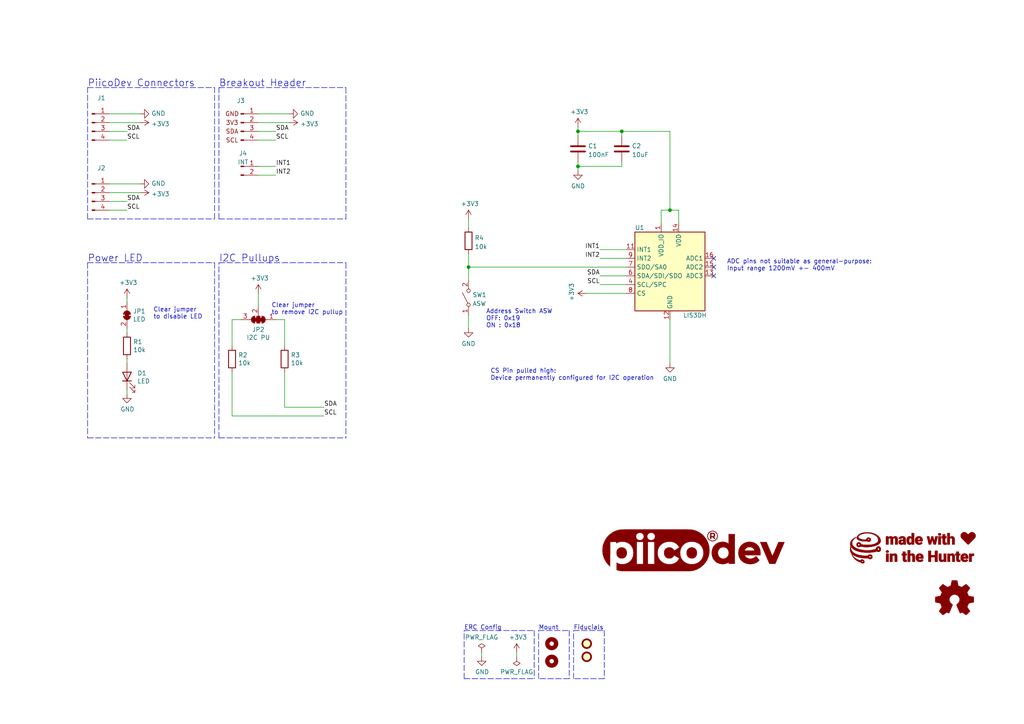
<source format=kicad_sch>
(kicad_sch (version 20211123) (generator eeschema)
  (paper "A4")
  (title_block (title "PiicoDev 3-Axis Accelerometer LIS3DH") (date "2022-06-23") (rev "v00") (company "Core Electronics") (comment 1 "Designed by Michael Ruppe at") (comment 2 "PiicoDev and the PiicoDev logo are trademarks of Core Electronics Pty Ltd.") (comment 3 "License: CCASAv4.0 http://creativecommons.org/licenses/by-sa/4.0"))
  (lib_symbols
    (symbol "Connector:Conn_01x02_Male" (pin_names (offset 1.016) hide)
      (property "Reference" "J" (at 0 2.54 0))
      (property "Value" "Conn_01x02_Male" (at 0 -5.08 0))
      (symbol "Conn_01x02_Male_1_1"
        (pin passive line (at 5.08 0 180) (length 3.81) (name "Pin_1") (number "1"))
        (pin passive line (at 5.08 -2.54 180) (length 3.81) (name "Pin_2") (number "2"))
      )
    )
    (symbol "Connector:Conn_01x04_Male" (pin_names (offset 1.016) hide)
      (property "Reference" "J" (at 0 5.08 0))
      (property "Value" "Conn_01x04_Male" (at 0 -7.62 0))
      (symbol "Conn_01x04_Male_1_1"
        (pin passive line (at 5.08 2.54 180) (length 3.81) (name "Pin_1") (number "1"))
        (pin passive line (at 5.08 0 180) (length 3.81) (name "Pin_2") (number "2"))
        (pin passive line (at 5.08 -2.54 180) (length 3.81) (name "Pin_3") (number "3"))
        (pin passive line (at 5.08 -5.08 180) (length 3.81) (name "Pin_4") (number "4"))
      )
    )
    (symbol "CoreElectronics_Artwork:LOGO_CoreElectronics_no-text" (pin_names (offset 1.016)))
    (symbol "CoreElectronics_Artwork:LOGO_PiicoDev" (pin_names (offset 1.016)))
    (symbol "CoreElectronics_Artwork:LOGO_made-with-love" (pin_names (offset 1.016)))
    (symbol "CoreElectronics_Components:Conn_PiicoDev_header_01x04_Male" (pin_names (offset 1.016) hide)
      (property "Reference" "J" (at 0 7.62 0))
      (property "Value" "Conn_PiicoDev_header_01x04_Male" (at 0 -7.62 0))
      (symbol "Conn_PiicoDev_header_01x04_Male_0_0"
        (text "3V3" (at -2.54 2.54 0) (effects (font (size 1.27 1.27))))
        (text "GND" (at -2.54 5.08 0) (effects (font (size 1.27 1.27))))
        (text "SCL" (at -2.54 -2.54 0) (effects (font (size 1.27 1.27))))
        (text "SDA" (at -2.54 0 0) (effects (font (size 1.27 1.27))))
      )
      (symbol "Conn_PiicoDev_header_01x04_Male_1_1"
        (pin passive line (at 5.08 5.08 180) (length 3.81) (name "Pin_1") (number "1"))
        (pin passive line (at 5.08 2.54 180) (length 3.81) (name "Pin_2") (number "2"))
        (pin passive line (at 5.08 0 180) (length 3.81) (name "Pin_3") (number "3"))
        (pin passive line (at 5.08 -2.54 180) (length 3.81) (name "Pin_4") (number "4"))
      )
    )
    (symbol "Device:C" (pin_numbers hide) (pin_names (offset 0.254))
      (property "Reference" "C" (at 0.635 2.54 0))
      (property "Value" "C" (at 0.635 -2.54 0))
      (symbol "C_1_1"
        (pin passive line (at 0 3.81 270) (length 2.794) (name "~") (number "1"))
        (pin passive line (at 0 -3.81 90) (length 2.794) (name "~") (number "2"))
      )
    )
    (symbol "Device:LED" (pin_numbers hide) (pin_names (offset 1.016) hide)
      (property "Reference" "D" (at 0 2.54 0))
      (property "Value" "LED" (at 0 -2.54 0))
      (symbol "LED_1_1"
        (pin passive line (at -3.81 0 0) (length 2.54) (name "K") (number "1"))
        (pin passive line (at 3.81 0 180) (length 2.54) (name "A") (number "2"))
      )
    )
    (symbol "Device:R" (pin_numbers hide) (pin_names (offset 0))
      (property "Reference" "R" (at 2.032 0 90))
      (property "Value" "R" (at 0 0 90))
      (symbol "R_1_1"
        (pin passive line (at 0 3.81 270) (length 1.27) (name "~") (number "1"))
        (pin passive line (at 0 -3.81 90) (length 1.27) (name "~") (number "2"))
      )
    )
    (symbol "Graphic:Logo_Open_Hardware_Small" (pin_names (offset 1.016)))
    (symbol "Jumper:SolderJumper_2_Bridged" (pin_names (offset 0) hide)
      (property "Reference" "JP" (at 0 2.032 0))
      (property "Value" "SolderJumper_2_Bridged" (at 0 -2.54 0))
      (symbol "SolderJumper_2_Bridged_1_1"
        (pin passive line (at -3.81 0 0) (length 2.54) (name "A") (number "1"))
        (pin passive line (at 3.81 0 180) (length 2.54) (name "B") (number "2"))
      )
    )
    (symbol "Mechanical:Fiducial"
      (property "Reference" "FID" (at 0 5.08 0))
      (property "Value" "Fiducial" (at 0 3.175 0))
    )
    (symbol "Mechanical:MountingHole" (pin_names (offset 1.016))
      (property "Reference" "H" (at 0 5.08 0))
      (property "Value" "MountingHole" (at 0 3.175 0))
    )
    (symbol "PiicoDev-rescue:SolderJumper_3_Bridged123-Jumper" (pin_names (offset 0) hide)
      (property "Reference" "JP" (at -2.54 -2.54 0))
      (property "Value" "SolderJumper_3_Bridged123-Jumper" (at 0 2.794 0))
      (symbol "SolderJumper_3_Bridged123-Jumper_1_1"
        (pin passive line (at -5.08 0 0) (length 2.54) (name "A") (number "1"))
        (pin input line (at 0 -3.81 90) (length 2.54) (name "C") (number "2"))
        (pin passive line (at 5.08 0 180) (length 2.54) (name "B") (number "3"))
      )
    )
    (symbol "Sensor_Motion:LIS3DH"
      (property "Reference" "U" (at -7.62 11.43 0))
      (property "Value" "LIS3DH" (at 6.35 11.43 0))
      (symbol "LIS3DH_1_1"
        (pin power_in line (at -2.54 12.7 270) (length 2.54) (name "VDD_IO") (number "1"))
        (pin passive line (at 0 -15.24 90) (length 2.54) hide (name "GND") (number "10"))
        (pin output line (at -12.7 5.08 0) (length 2.54) (name "INT1") (number "11"))
        (pin power_in line (at 0 -15.24 90) (length 2.54) (name "GND") (number "12"))
        (pin input line (at 12.7 -2.54 180) (length 2.54) (name "ADC3") (number "13"))
        (pin power_in line (at 2.54 12.7 270) (length 2.54) (name "VDD") (number "14"))
        (pin input line (at 12.7 0 180) (length 2.54) (name "ADC2") (number "15"))
        (pin input line (at 12.7 2.54 180) (length 2.54) (name "ADC1") (number "16"))
        (pin no_connect line (at 10.16 5.08 180) (length 2.54) hide (name "NC") (number "2"))
        (pin no_connect line (at 10.16 7.62 180) (length 2.54) hide (name "NC") (number "3"))
        (pin input line (at -12.7 -5.08 0) (length 2.54) (name "SCL/SPC") (number "4"))
        (pin passive line (at 0 -15.24 90) (length 2.54) hide (name "GND") (number "5"))
        (pin bidirectional line (at -12.7 -2.54 0) (length 2.54) (name "SDA/SDI/SDO") (number "6"))
        (pin bidirectional line (at -12.7 0 0) (length 2.54) (name "SDO/SA0") (number "7"))
        (pin input line (at -12.7 -7.62 0) (length 2.54) (name "CS") (number "8"))
        (pin output line (at -12.7 2.54 0) (length 2.54) (name "INT2") (number "9"))
      )
    )
    (symbol "Switch:SW_SPST" (pin_names (offset 0) hide)
      (property "Reference" "SW" (at 0 3.175 0))
      (property "Value" "SW_SPST" (at 0 -2.54 0))
      (symbol "SW_SPST_1_1"
        (pin passive line (at -5.08 0 0) (length 2.54) (name "A") (number "1"))
        (pin passive line (at 5.08 0 180) (length 2.54) (name "B") (number "2"))
      )
    )
    (symbol "power:+3V3" (power) (pin_names (offset 0))
      (property "Value" "+3V3" (at 0 3.556 0))
      (symbol "+3V3_1_1"
        (pin power_in line (at 0 0 90) (length 0) hide (name "+3V3") (number "1"))
      )
    )
    (symbol "power:GND" (power) (pin_names (offset 0))
      (property "Value" "GND" (at 0 -3.81 0))
      (symbol "GND_1_1"
        (pin power_in line (at 0 0 270) (length 0) hide (name "GND") (number "1"))
      )
    )
    (symbol "power:PWR_FLAG" (power) (pin_numbers hide) (pin_names (offset 0) hide)
      (property "Value" "PWR_FLAG" (at 0 3.81 0))
      (symbol "PWR_FLAG_0_0"
        (pin power_out line (at 0 0 90) (length 0) (name "pwr") (number "1"))
      )
    )
  )
  (junction (at 194.31 60.96))
  (junction (at 167.64 48.26))
  (junction (at 135.89 77.47))
  (junction (at 180.34 38.1))
  (junction (at 167.64 38.1))
  (no_connect (at 207.01 80.01))
  (no_connect (at 207.01 77.47))
  (no_connect (at 207.01 74.93))
  (polyline (pts (xy 156.21 196.85) (xy 156.21 182.88)))
  (wire (pts (xy 167.64 48.26) (xy 180.34 48.26)))
  (wire (pts (xy 36.83 40.64) (xy 31.75 40.64)))
  (wire (pts (xy 80.01 38.1) (xy 74.93 38.1)))
  (polyline (pts (xy 156.21 182.88) (xy 165.1 182.88)))
  (polyline (pts (xy 175.26 182.88) (xy 175.26 196.85)))
  (wire (pts (xy 180.34 48.26) (xy 180.34 46.99)))
  (polyline (pts (xy 63.5 63.5) (xy 63.5 25.4)))
  (wire (pts (xy 194.31 60.96) (xy 196.85 60.96)))
  (wire (pts (xy 36.83 87.63) (xy 36.83 86.36)))
  (polyline (pts (xy 165.1 182.88) (xy 165.1 196.85)))
  (polyline (pts (xy 63.5 63.5) (xy 100.33 63.5)))
  (polyline (pts (xy 25.4 63.5) (xy 62.23 63.5)))
  (wire (pts (xy 36.83 38.1) (xy 31.75 38.1)))
  (polyline (pts (xy 25.4 63.5) (xy 25.4 25.4)))
  (polyline (pts (xy 25.4 76.2) (xy 62.23 76.2)))
  (wire (pts (xy 82.55 92.71) (xy 80.01 92.71)))
  (wire (pts (xy 191.77 64.77) (xy 191.77 60.96)))
  (wire (pts (xy 191.77 60.96) (xy 194.31 60.96)))
  (polyline (pts (xy 62.23 76.2) (xy 62.23 127)))
  (wire (pts (xy 173.99 82.55) (xy 181.61 82.55)))
  (wire (pts (xy 74.93 48.26) (xy 80.01 48.26)))
  (wire (pts (xy 194.31 38.1) (xy 180.34 38.1)))
  (wire (pts (xy 173.99 80.01) (xy 181.61 80.01)))
  (polyline (pts (xy 154.94 182.88) (xy 154.94 196.85)))
  (wire (pts (xy 82.55 107.95) (xy 82.55 118.11)))
  (wire (pts (xy 167.64 48.26) (xy 167.64 49.53)))
  (wire (pts (xy 67.31 120.65) (xy 93.98 120.65)))
  (wire (pts (xy 40.64 33.02) (xy 31.75 33.02)))
  (wire (pts (xy 194.31 60.96) (xy 194.31 38.1)))
  (wire (pts (xy 36.83 96.52) (xy 36.83 95.25)))
  (wire (pts (xy 67.31 100.33) (xy 67.31 92.71)))
  (polyline (pts (xy 25.4 127) (xy 62.23 127)))
  (wire (pts (xy 31.75 35.56) (xy 40.64 35.56)))
  (wire (pts (xy 196.85 60.96) (xy 196.85 64.77)))
  (polyline (pts (xy 63.5 76.2) (xy 100.33 76.2)))
  (polyline (pts (xy 62.23 63.5) (xy 62.23 25.4)))
  (polyline (pts (xy 25.4 25.4) (xy 62.23 25.4)))
  (polyline (pts (xy 63.5 127) (xy 100.33 127)))
  (wire (pts (xy 83.82 33.02) (xy 74.93 33.02)))
  (wire (pts (xy 135.89 63.5) (xy 135.89 66.04)))
  (wire (pts (xy 40.64 53.34) (xy 31.75 53.34)))
  (wire (pts (xy 36.83 114.3) (xy 36.83 113.03)))
  (wire (pts (xy 135.89 91.44) (xy 135.89 95.25)))
  (wire (pts (xy 80.01 40.64) (xy 74.93 40.64)))
  (polyline (pts (xy 134.62 196.85) (xy 134.62 182.88)))
  (polyline (pts (xy 25.4 76.2) (xy 25.4 127)))
  (wire (pts (xy 67.31 92.71) (xy 69.85 92.71)))
  (polyline (pts (xy 100.33 76.2) (xy 100.33 127)))
  (wire (pts (xy 36.83 60.96) (xy 31.75 60.96)))
  (polyline (pts (xy 175.26 196.85) (xy 166.37 196.85)))
  (wire (pts (xy 139.7 189.23) (xy 139.7 190.5)))
  (wire (pts (xy 173.99 72.39) (xy 181.61 72.39)))
  (wire (pts (xy 135.89 77.47) (xy 181.61 77.47)))
  (wire (pts (xy 167.64 46.99) (xy 167.64 48.26)))
  (wire (pts (xy 67.31 107.95) (xy 67.31 120.65)))
  (wire (pts (xy 135.89 73.66) (xy 135.89 77.47)))
  (wire (pts (xy 74.93 35.56) (xy 83.82 35.56)))
  (wire (pts (xy 36.83 58.42) (xy 31.75 58.42)))
  (wire (pts (xy 31.75 55.88) (xy 40.64 55.88)))
  (polyline (pts (xy 63.5 127) (xy 63.5 76.2)))
  (wire (pts (xy 180.34 38.1) (xy 180.34 39.37)))
  (polyline (pts (xy 134.62 196.85) (xy 154.94 196.85)))
  (wire (pts (xy 194.31 92.71) (xy 194.31 105.41)))
  (wire (pts (xy 170.18 85.09) (xy 181.61 85.09)))
  (wire (pts (xy 82.55 118.11) (xy 93.98 118.11)))
  (polyline (pts (xy 166.37 182.88) (xy 175.26 182.88)))
  (polyline (pts (xy 165.1 196.85) (xy 156.21 196.85)))
  (wire (pts (xy 82.55 100.33) (xy 82.55 92.71)))
  (wire (pts (xy 36.83 105.41) (xy 36.83 104.14)))
  (wire (pts (xy 74.93 50.8) (xy 80.01 50.8)))
  (polyline (pts (xy 134.62 182.88) (xy 154.94 182.88)))
  (wire (pts (xy 167.64 38.1) (xy 167.64 39.37)))
  (wire (pts (xy 149.86 189.23) (xy 149.86 190.5)))
  (polyline (pts (xy 100.33 25.4) (xy 100.33 63.5)))
  (wire (pts (xy 135.89 77.47) (xy 135.89 81.28)))
  (wire (pts (xy 167.64 38.1) (xy 180.34 38.1)))
  (polyline (pts (xy 63.5 25.4) (xy 100.33 25.4)))
  (wire (pts (xy 74.93 85.09) (xy 74.93 88.9)))
  (wire (pts (xy 173.99 74.93) (xy 181.61 74.93)))
  (wire (pts (xy 167.64 36.83) (xy 167.64 38.1)))
  (polyline (pts (xy 166.37 196.85) (xy 166.37 182.88)))
  (text "Breakout Header" (at 63.5 25.4 0) (effects (font (size 2.0066 2.0066)) (justify left bottom)))
  (text "Address Switch ASW\nOFF: 0x19\nON : 0x18" (at 140.97 95.25 0) (effects (font (size 1.27 1.27)) (justify left bottom)))
  (text "Fiducials" (at 166.37 182.88 0) (effects (font (size 1.27 1.27)) (justify left bottom)))
  (text "I2C Pullups" (at 63.5 76.2 0) (effects (font (size 2.0066 2.0066)) (justify left bottom)))
  (text "CS Pin pulled high:\nDevice permanently configured for I2C operation" (at 142.24 110.49 0) (effects (font (size 1.27 1.27)) (justify left bottom)))
  (text "Clear jumper \nto remove I2C pullup" (at 78.74 91.44 0) (effects (font (size 1.27 1.27)) (justify left bottom)))
  (text "ERC Config" (at 134.62 182.88 0) (effects (font (size 1.27 1.27)) (justify left bottom)))
  (text "ADC pins not suitable as general-purpose:\nInput range 1200mV +- 400mV" (at 210.82 78.74 0) (effects (font (size 1.27 1.27)) (justify left bottom)))
  (text "Power LED" (at 25.4 76.2 0) (effects (font (size 2.0066 2.0066)) (justify left bottom)))
  (text "Clear jumper \nto disable LED" (at 44.45 92.71 0) (effects (font (size 1.27 1.27)) (justify left bottom)))
  (text "Mount" (at 156.21 182.88 0) (effects (font (size 1.27 1.27)) (justify left bottom)))
  (text "PiicoDev Connectors" (at 25.4 25.4 0) (effects (font (size 2.0066 2.0066)) (justify left bottom)))
  (label "INT1" (at 80.01 48.26 0))
  (label "SDA" (at 93.98 118.11 0))
  (label "INT2" (at 80.01 50.8 0))
  (label "SDA" (at 36.83 58.42 0))
  (label "INT1" (at 173.99 72.39 180))
  (label "SDA" (at 80.01 38.1 0))
  (label "SCL" (at 36.83 40.64 0))
  (label "INT2" (at 173.99 74.93 180))
  (label "SCL" (at 173.99 82.55 180))
  (label "SCL" (at 80.01 40.64 0))
  (label "SDA" (at 173.99 80.01 180))
  (label "SDA" (at 36.83 38.1 0))
  (label "SCL" (at 36.83 60.96 0))
  (label "SCL" (at 93.98 120.65 0))
  (symbol (lib_id "CoreElectronics_Artwork:LOGO_PiicoDev") (at 203.2 160.02 0) (unit 1)
    (property "Reference" "G1" (effects hide))
    (property "Value" "LOGO_PiicoDev" (effects hide))
    (property "Footprint" "CoreElectronics_Artwork:piicodev_logo_14.2x3.4mm" (effects hide))
  )
  (symbol (lib_id "CoreElectronics_Artwork:LOGO_made-with-love") (at 269.24 158.75 0) (unit 1)
    (property "Reference" "G3" (effects hide))
    (property "Value" "LOGO_made-with-love" (effects hide))
    (property "Footprint" "CoreElectronics_Artwork:piicodev_logo_14.2x3.4mm" (effects hide))
  )
  (symbol (lib_id "CoreElectronics_Artwork:LOGO_CoreElectronics_no-text") (at 251.46 158.75 0) (unit 1)
    (property "Reference" "G2" (effects hide))
    (property "Value" "LOGO_CoreElectronics_no-text" (effects hide))
    (property "Footprint" "CoreElectronics_Artwork:CoreElectronics_logo_5mm" (effects hide))
  )
  (symbol (lib_id "Graphic:Logo_Open_Hardware_Small") (at 276.86 173.99 0) (unit 1)
    (property "Reference" "LOGO1" (effects hide))
    (property "Value" "Logo_Open_Hardware_Small" (effects hide))
    (property "Footprint" "CoreElectronics_Artwork:oshw" (effects hide))
  )
  (symbol (lib_id "power:PWR_FLAG") (at 139.7 189.23 0) (unit 1)
    (property "Reference" "#FLG0101" (effects hide))
    (property "Value" "PWR_FLAG" (at 139.7 184.8358 0))
  )
  (symbol (lib_id "power:PWR_FLAG") (at 149.86 190.5 180) (unit 1)
    (property "Reference" "#FLG0102" (effects hide))
    (property "Value" "PWR_FLAG" (at 149.86 194.8942 0))
  )
  (symbol (lib_id "power:GND") (at 139.7 190.5 0) (unit 1)
    (property "Reference" "#PWR0101" (effects hide))
    (property "Value" "GND" (at 139.827 194.8942 0))
  )
  (symbol (lib_id "power:+3V3") (at 149.86 189.23 0) (unit 1)
    (property "Reference" "#PWR0102" (effects hide))
    (property "Value" "+3V3" (at 150.241 184.8358 0))
  )
  (symbol (lib_id "Mechanical:MountingHole") (at 160.02 191.77 0) (unit 1)
    (property "Reference" "H2" (effects hide))
    (property "Value" "MountingHole" (effects hide))
    (property "Footprint" "CoreElectronics_Components:MountingHole_2.7mm_M2.5_PadClearance_1.2" (effects hide))
  )
  (symbol (lib_id "Mechanical:MountingHole") (at 160.02 186.69 0) (unit 1)
    (property "Reference" "H1" (effects hide))
    (property "Value" "MountingHole" (effects hide))
    (property "Footprint" "CoreElectronics_Components:MountingHole_2.7mm_M2.5_PadClearance_1.2" (effects hide))
  )
  (symbol (lib_id "Mechanical:Fiducial") (at 170.18 190.5 0) (unit 1)
    (property "Reference" "FID2" (effects hide))
    (property "Value" "Fiducial" (effects hide))
    (property "Footprint" "Fiducial:Fiducial_1mm_Mask2mm" (effects hide))
  )
  (symbol (lib_id "Mechanical:Fiducial") (at 170.18 186.69 0) (unit 1)
    (property "Reference" "FID1" (effects hide))
    (property "Value" "Fiducial" (effects hide))
    (property "Footprint" "Fiducial:Fiducial_1mm_Mask2mm" (effects hide))
  )
  (symbol (lib_id "Connector:Conn_01x04_Male") (at 26.67 35.56 0) (unit 1)
    (property "Reference" "J1" (at 29.4132 28.4226 0))
    (property "Value" " " (at 29.4132 30.734 0))
    (property "Footprint" "Connector_JST:JST_SH_SM04B-SRSS-TB_1x04-1MP_P1.00mm_Horizontal" (effects hide))
  )
  (symbol (lib_id "power:+3V3") (at 40.64 35.56 270) (unit 1)
    (property "Reference" "#PWR0103" (effects hide))
    (property "Value" "+3V3" (at 43.8912 35.941 90) (effects (justify left)))
  )
  (symbol (lib_id "power:GND") (at 40.64 33.02 90) (unit 1)
    (property "Reference" "#PWR0104" (effects hide))
    (property "Value" "GND" (at 43.8912 32.893 90) (effects (justify right)))
  )
  (symbol (lib_id "Connector:Conn_01x04_Male") (at 26.67 55.88 0) (unit 1)
    (property "Reference" "J2" (at 29.4132 48.7426 0))
    (property "Value" " " (at 29.4132 51.054 0))
    (property "Footprint" "Connector_JST:JST_SH_SM04B-SRSS-TB_1x04-1MP_P1.00mm_Horizontal" (effects hide))
  )
  (symbol (lib_id "power:+3V3") (at 40.64 55.88 270) (unit 1)
    (property "Reference" "#PWR0105" (effects hide))
    (property "Value" "+3V3" (at 43.8912 56.261 90) (effects (justify left)))
  )
  (symbol (lib_id "power:GND") (at 40.64 53.34 90) (unit 1)
    (property "Reference" "#PWR0106" (effects hide))
    (property "Value" "GND" (at 43.8912 53.213 90) (effects (justify right)))
  )
  (symbol (lib_id "power:+3V3") (at 83.82 35.56 270) (unit 1)
    (property "Reference" "#PWR0107" (effects hide))
    (property "Value" "+3V3" (at 87.0712 35.941 90) (effects (justify left)))
  )
  (symbol (lib_id "power:GND") (at 83.82 33.02 90) (unit 1)
    (property "Reference" "#PWR0108" (effects hide))
    (property "Value" "GND" (at 87.0712 32.893 90) (effects (justify right)))
  )
  (symbol (lib_id "CoreElectronics_Components:Conn_PiicoDev_header_01x04_Male") (at 69.85 38.1 0) (unit 1)
    (property "Reference" "J3" (at 69.85 29.21 0))
    (property "Value" "Conn_PiicoDev_header_01x04_Male" (effects hide))
    (property "Footprint" "CoreElectronics_Components:PiicoDev_header_4pin" (effects hide))
  )
  (symbol (lib_id "Device:R") (at 82.55 104.14 0) (unit 1)
    (property "Reference" "R3" (at 84.328 102.9716 0) (effects (justify left)))
    (property "Value" "10k" (at 84.328 105.283 0) (effects (justify left)))
    (property "Footprint" "Resistor_SMD:R_0402_1005Metric" (effects hide))
  )
  (symbol (lib_id "PiicoDev-rescue:SolderJumper_3_Bridged123-Jumper") (at 74.93 92.71 180) (unit 1)
    (property "Reference" "JP2" (at 74.93 95.5802 0))
    (property "Value" "I2C PU" (at 74.93 97.8916 0))
    (property "Footprint" "CoreElectronics_Components:SolderJumper-3_P1.3mm_Closed_RoundedPad1.0x1.5mm_NumberLabels" (effects hide))
  )
  (symbol (lib_id "Device:R") (at 67.31 104.14 0) (unit 1)
    (property "Reference" "R2" (at 69.088 102.9716 0) (effects (justify left)))
    (property "Value" "10k" (at 69.088 105.283 0) (effects (justify left)))
    (property "Footprint" "Resistor_SMD:R_0402_1005Metric" (effects hide))
  )
  (symbol (lib_id "power:+3V3") (at 74.93 85.09 0) (unit 1)
    (property "Reference" "#PWR0109" (effects hide))
    (property "Value" "+3V3" (at 75.311 80.6958 0))
  )
  (symbol (lib_id "Device:LED") (at 36.83 109.22 90) (unit 1)
    (property "Reference" "D1" (at 39.8272 108.2294 90) (effects (justify right)))
    (property "Value" "LED" (at 39.8272 110.5408 90) (effects (justify right)))
    (property "Footprint" "LED_SMD:LED_0603_1608Metric" (effects hide))
  )
  (symbol (lib_id "power:GND") (at 36.83 114.3 0) (unit 1)
    (property "Reference" "#PWR0110" (effects hide))
    (property "Value" "GND" (at 36.957 118.6942 0))
  )
  (symbol (lib_id "power:+3V3") (at 36.83 86.36 0) (unit 1)
    (property "Reference" "#PWR0111" (effects hide))
    (property "Value" "+3V3" (at 37.211 81.9658 0))
  )
  (symbol (lib_id "Jumper:SolderJumper_2_Bridged") (at 36.83 91.44 270) (unit 1)
    (property "Reference" "JP1" (at 38.5572 90.2716 90) (effects (justify left)))
    (property "Value" "LED" (at 38.5572 92.583 90) (effects (justify left)))
    (property "Footprint" "CoreElectronics_Components:SolderJumper-2_P1.3mm_Bridged_RoundedPad1.0x1.5mm" (effects hide))
  )
  (symbol (lib_id "Device:R") (at 36.83 100.33 0) (unit 1)
    (property "Reference" "R1" (at 38.608 99.1616 0) (effects (justify left)))
    (property "Value" "10k" (at 38.608 101.473 0) (effects (justify left)))
    (property "Footprint" "Resistor_SMD:R_0402_1005Metric" (effects hide))
  )
  (symbol (lib_id "power:+3V3") (at 170.18 85.09 90) (unit 1)
    (property "Reference" "#PWR0116" (effects hide))
    (property "Value" "+3V3" (at 165.7858 84.709 0))
  )
  (symbol (lib_id "power:+3V3") (at 135.89 63.5 0) (unit 1)
    (property "Reference" "#PWR0115" (effects hide))
    (property "Value" "+3V3" (at 136.271 59.1058 0))
  )
  (symbol (lib_id "power:GND") (at 194.31 105.41 0) (unit 1)
    (property "Reference" "#PWR0114" (effects hide))
    (property "Value" "GND" (at 194.31 109.8534 0))
  )
  (symbol (lib_id "power:GND") (at 167.64 49.53 0) (unit 1)
    (property "Reference" "#PWR0113" (effects hide))
    (property "Value" "GND" (at 167.64 53.9734 0))
  )
  (symbol (lib_id "Switch:SW_SPST") (at 135.89 86.36 90) (unit 1)
    (property "Reference" "SW1" (at 137.033 85.5253 90) (effects (justify right)))
    (property "Value" "ASW" (at 137.033 88.0622 90) (effects (justify right)))
    (property "Footprint" "CoreElectronics_Components:SW_DIP_x01_Slide_CHS-01A1" (effects hide))
  )
  (symbol (lib_id "power:GND") (at 135.89 95.25 0) (unit 1)
    (property "Reference" "#PWR0117" (effects hide))
    (property "Value" "GND" (at 135.89 99.6934 0))
  )
  (symbol (lib_id "Device:R") (at 135.89 69.85 0) (unit 1)
    (property "Reference" "R4" (at 137.668 69.0153 0) (effects (justify left)))
    (property "Value" "10k" (at 137.668 71.5522 0) (effects (justify left)))
    (property "Footprint" "Resistor_SMD:R_0402_1005Metric" (effects hide))
  )
  (symbol (lib_id "Sensor_Motion:LIS3DH") (at 194.31 77.47 0) (unit 1)
    (property "Reference" "U1" (at 184.15 66.04 0) (effects (justify left)))
    (property "Value" "LIS3DH" (at 198.12 91.44 0) (effects (justify left)))
    (property "Footprint" "Package_LGA:LGA-16_3x3mm_P0.5mm_LayoutBorder3x5y" (effects hide))
    (property "Datasheet" "https://www.st.com/resource/en/datasheet/cd00274221.pdf" (effects hide))
  )
  (symbol (lib_id "Device:C") (at 167.64 43.18 0) (unit 1)
    (property "Reference" "C1" (at 170.561 42.3453 0) (effects (justify left)))
    (property "Value" "100nF" (at 170.561 44.8822 0) (effects (justify left)))
    (property "Footprint" "Capacitor_SMD:C_0402_1005Metric" (effects hide))
  )
  (symbol (lib_id "Device:C") (at 180.34 43.18 0) (unit 1)
    (property "Reference" "C2" (at 183.261 42.3453 0) (effects (justify left)))
    (property "Value" "10uF" (at 183.261 44.8822 0) (effects (justify left)))
    (property "Footprint" "Capacitor_SMD:C_0603_1608Metric" (effects hide))
  )
  (symbol (lib_id "power:+3V3") (at 167.64 36.83 0) (unit 1)
    (property "Reference" "#PWR0112" (effects hide))
    (property "Value" "+3V3" (at 168.021 32.4358 0))
  )
  (symbol (lib_id "Connector:Conn_01x02_Male") (at 69.85 48.26 0) (unit 1)
    (property "Reference" "J4" (at 70.485 44.484 0))
    (property "Value" "INT" (at 70.485 47.0209 0))
    (property "Footprint" "Connector_PinHeader_2.54mm:PinHeader_1x02_P2.54mm_Vertical" (effects hide))
  )
)
</source>
